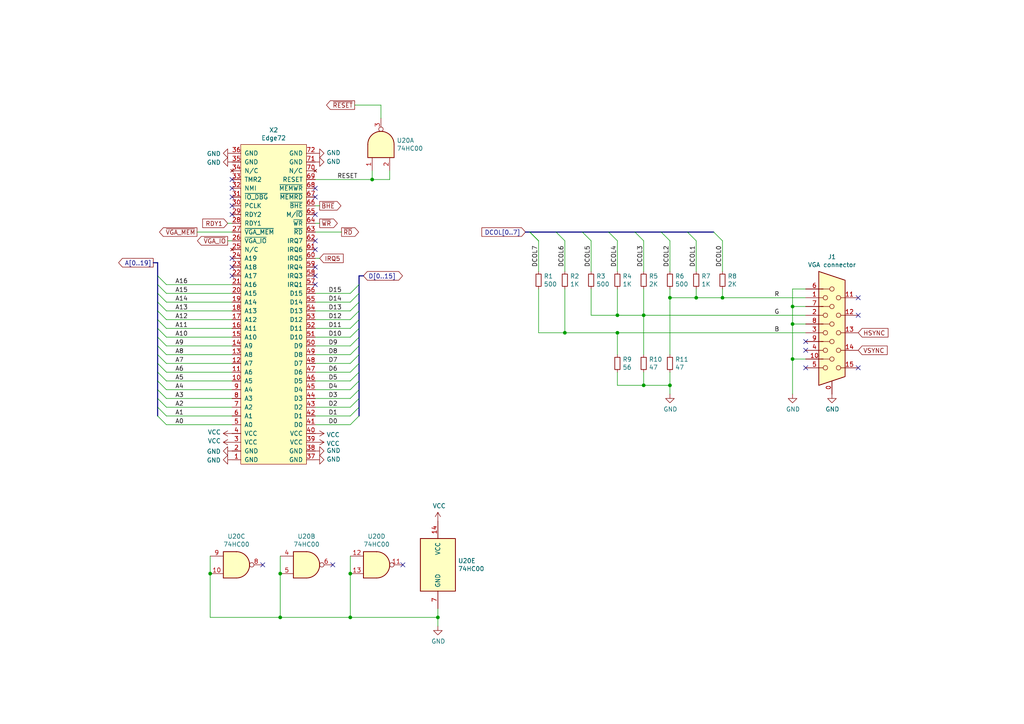
<source format=kicad_sch>
(kicad_sch (version 20230121) (generator eeschema)
  (paper "A4")
  (title_block (title "Mini8086 VGA board") (rev "1.1"))
  (lib_symbols
    (symbol "74xx:74HC00" (pin_names (offset 1.016))
      (property "Reference" "U" (at 0 1.27 0))
      (property "Value" "74HC00" (at 0 -1.27 0))
      (symbol "74HC00_1_1"
        (arc (start 0 -3.81) (mid 3.7934 0) (end 0 3.81) (stroke (width 0.254)) (fill (type background)))
        (polyline (pts (xy 0 3.81) (xy -3.81 3.81) (xy -3.81 -3.81) (xy 0 -3.81)) (stroke (width 0.254)) (fill (type background)))
        (pin input line (at -7.62 2.54 0) (length 3.81) (name "~") (number "1"))
        (pin input line (at -7.62 -2.54 0) (length 3.81) (name "~") (number "2"))
        (pin output inverted (at 7.62 0 180) (length 3.81) (name "~") (number "3"))
      )
      (symbol "74HC00_1_2"
        (arc (start -3.81 -3.81) (mid -2.589 0) (end -3.81 3.81) (stroke (width 0.254)))
        (arc (start -0.6096 -3.81) (mid 2.1842 -2.5851) (end 3.81 0) (stroke (width 0.254)) (fill (type background)))
        (polyline (pts (xy -3.81 -3.81) (xy -0.635 -3.81)) (stroke (width 0.254)) (fill (type background)))
        (polyline (pts (xy -3.81 3.81) (xy -0.635 3.81)) (stroke (width 0.254)) (fill (type background)))
        (polyline (pts (xy -0.635 3.81) (xy -3.81 3.81) (xy -3.81 3.81) (xy -3.556 3.4036) (xy -3.0226 2.2606) (xy -2.6924 1.0414) (xy -2.6162 -0.254) (xy -2.7686 -1.4986) (xy -3.175 -2.7178) (xy -3.81 -3.81) (xy -3.81 -3.81) (xy -0.635 -3.81)) (stroke (width -25.4)) (fill (type background)))
        (arc (start 3.81 0) (mid 2.1915 2.5936) (end -0.6096 3.81) (stroke (width 0.254)) (fill (type background)))
        (pin input inverted (at -7.62 2.54 0) (length 4.318) (name "~") (number "1"))
        (pin input inverted (at -7.62 -2.54 0) (length 4.318) (name "~") (number "2"))
        (pin output line (at 7.62 0 180) (length 3.81) (name "~") (number "3"))
      )
      (symbol "74HC00_2_1"
        (arc (start 0 -3.81) (mid 3.7934 0) (end 0 3.81) (stroke (width 0.254)) (fill (type background)))
        (polyline (pts (xy 0 3.81) (xy -3.81 3.81) (xy -3.81 -3.81) (xy 0 -3.81)) (stroke (width 0.254)) (fill (type background)))
        (pin input line (at -7.62 2.54 0) (length 3.81) (name "~") (number "4"))
        (pin input line (at -7.62 -2.54 0) (length 3.81) (name "~") (number "5"))
        (pin output inverted (at 7.62 0 180) (length 3.81) (name "~") (number "6"))
      )
      (symbol "74HC00_2_2"
        (arc (start -3.81 -3.81) (mid -2.589 0) (end -3.81 3.81) (stroke (width 0.254)))
        (arc (start -0.6096 -3.81) (mid 2.1842 -2.5851) (end 3.81 0) (stroke (width 0.254)) (fill (type background)))
        (polyline (pts (xy -3.81 -3.81) (xy -0.635 -3.81)) (stroke (width 0.254)) (fill (type background)))
        (polyline (pts (xy -3.81 3.81) (xy -0.635 3.81)) (stroke (width 0.254)) (fill (type background)))
        (polyline (pts (xy -0.635 3.81) (xy -3.81 3.81) (xy -3.81 3.81) (xy -3.556 3.4036) (xy -3.0226 2.2606) (xy -2.6924 1.0414) (xy -2.6162 -0.254) (xy -2.7686 -1.4986) (xy -3.175 -2.7178) (xy -3.81 -3.81) (xy -3.81 -3.81) (xy -0.635 -3.81)) (stroke (width -25.4)) (fill (type background)))
        (arc (start 3.81 0) (mid 2.1915 2.5936) (end -0.6096 3.81) (stroke (width 0.254)) (fill (type background)))
        (pin input inverted (at -7.62 2.54 0) (length 4.318) (name "~") (number "4"))
        (pin input inverted (at -7.62 -2.54 0) (length 4.318) (name "~") (number "5"))
        (pin output line (at 7.62 0 180) (length 3.81) (name "~") (number "6"))
      )
      (symbol "74HC00_3_1"
        (arc (start 0 -3.81) (mid 3.7934 0) (end 0 3.81) (stroke (width 0.254)) (fill (type background)))
        (polyline (pts (xy 0 3.81) (xy -3.81 3.81) (xy -3.81 -3.81) (xy 0 -3.81)) (stroke (width 0.254)) (fill (type background)))
        (pin input line (at -7.62 -2.54 0) (length 3.81) (name "~") (number "10"))
        (pin output inverted (at 7.62 0 180) (length 3.81) (name "~") (number "8"))
        (pin input line (at -7.62 2.54 0) (length 3.81) (name "~") (number "9"))
      )
      (symbol "74HC00_3_2"
        (arc (start -3.81 -3.81) (mid -2.589 0) (end -3.81 3.81) (stroke (width 0.254)))
        (arc (start -0.6096 -3.81) (mid 2.1842 -2.5851) (end 3.81 0) (stroke (width 0.254)) (fill (type background)))
        (polyline (pts (xy -3.81 -3.81) (xy -0.635 -3.81)) (stroke (width 0.254)) (fill (type background)))
        (polyline (pts (xy -3.81 3.81) (xy -0.635 3.81)) (stroke (width 0.254)) (fill (type background)))
        (polyline (pts (xy -0.635 3.81) (xy -3.81 3.81) (xy -3.81 3.81) (xy -3.556 3.4036) (xy -3.0226 2.2606) (xy -2.6924 1.0414) (xy -2.6162 -0.254) (xy -2.7686 -1.4986) (xy -3.175 -2.7178) (xy -3.81 -3.81) (xy -3.81 -3.81) (xy -0.635 -3.81)) (stroke (width -25.4)) (fill (type background)))
        (arc (start 3.81 0) (mid 2.1915 2.5936) (end -0.6096 3.81) (stroke (width 0.254)) (fill (type background)))
        (pin input inverted (at -7.62 -2.54 0) (length 4.318) (name "~") (number "10"))
        (pin output line (at 7.62 0 180) (length 3.81) (name "~") (number "8"))
        (pin input inverted (at -7.62 2.54 0) (length 4.318) (name "~") (number "9"))
      )
      (symbol "74HC00_4_1"
        (arc (start 0 -3.81) (mid 3.7934 0) (end 0 3.81) (stroke (width 0.254)) (fill (type background)))
        (polyline (pts (xy 0 3.81) (xy -3.81 3.81) (xy -3.81 -3.81) (xy 0 -3.81)) (stroke (width 0.254)) (fill (type background)))
        (pin output inverted (at 7.62 0 180) (length 3.81) (name "~") (number "11"))
        (pin input line (at -7.62 2.54 0) (length 3.81) (name "~") (number "12"))
        (pin input line (at -7.62 -2.54 0) (length 3.81) (name "~") (number "13"))
      )
      (symbol "74HC00_4_2"
        (arc (start -3.81 -3.81) (mid -2.589 0) (end -3.81 3.81) (stroke (width 0.254)))
        (arc (start -0.6096 -3.81) (mid 2.1842 -2.5851) (end 3.81 0) (stroke (width 0.254)) (fill (type background)))
        (polyline (pts (xy -3.81 -3.81) (xy -0.635 -3.81)) (stroke (width 0.254)) (fill (type background)))
        (polyline (pts (xy -3.81 3.81) (xy -0.635 3.81)) (stroke (width 0.254)) (fill (type background)))
        (polyline (pts (xy -0.635 3.81) (xy -3.81 3.81) (xy -3.81 3.81) (xy -3.556 3.4036) (xy -3.0226 2.2606) (xy -2.6924 1.0414) (xy -2.6162 -0.254) (xy -2.7686 -1.4986) (xy -3.175 -2.7178) (xy -3.81 -3.81) (xy -3.81 -3.81) (xy -0.635 -3.81)) (stroke (width -25.4)) (fill (type background)))
        (arc (start 3.81 0) (mid 2.1915 2.5936) (end -0.6096 3.81) (stroke (width 0.254)) (fill (type background)))
        (pin output line (at 7.62 0 180) (length 3.81) (name "~") (number "11"))
        (pin input inverted (at -7.62 2.54 0) (length 4.318) (name "~") (number "12"))
        (pin input inverted (at -7.62 -2.54 0) (length 4.318) (name "~") (number "13"))
      )
      (symbol "74HC00_5_0"
        (pin power_in line (at 0 12.7 270) (length 5.08) (name "VCC") (number "14"))
        (pin power_in line (at 0 -12.7 90) (length 5.08) (name "GND") (number "7"))
      )
      (symbol "74HC00_5_1"
        (rectangle (start -5.08 7.62) (end 5.08 -7.62) (stroke (width 0.254)) (fill (type background)))
      )
    )
    (symbol "Device:R_Small" (pin_numbers hide) (pin_names (offset 0.254) hide)
      (property "Reference" "R" (at 0.762 0.508 0))
      (property "Value" "R_Small" (at 0.762 -1.016 0))
      (symbol "R_Small_0_1"
        (rectangle (start -0.762 1.778) (end 0.762 -1.778) (stroke (width 0.2032)))
      )
      (symbol "R_Small_1_1"
        (pin passive line (at 0 2.54 270) (length 0.762) (name "~") (number "1"))
        (pin passive line (at 0 -2.54 90) (length 0.762) (name "~") (number "2"))
      )
    )
    (symbol "power:GND" (power) (pin_names (offset 0))
      (property "Value" "GND" (at 0 -3.81 0))
      (symbol "GND_0_1"
        (polyline (pts (xy 0 0) (xy 0 -1.27) (xy 1.27 -1.27) (xy 0 -2.54) (xy -1.27 -1.27) (xy 0 -1.27)))
      )
      (symbol "GND_1_1"
        (pin power_in line (at 0 0 270) (length 0) hide (name "GND") (number "1"))
      )
    )
    (symbol "power:VCC" (power) (pin_names (offset 0))
      (property "Value" "VCC" (at 0 3.81 0))
      (symbol "VCC_0_1"
        (polyline (pts (xy -0.762 1.27) (xy 0 2.54)))
        (polyline (pts (xy 0 0) (xy 0 2.54)))
        (polyline (pts (xy 0 2.54) (xy 0.762 1.27)))
      )
      (symbol "VCC_1_1"
        (pin power_in line (at 0 0 90) (length 0) hide (name "VCC") (number "1"))
      )
    )
    (symbol "vga-rescue:DB15_Female_HighDensity_MountingHoles-Connector" (pin_names (offset 1.016) hide)
      (property "Reference" "J" (at 0 21.59 0))
      (property "Value" "Connector_DB15_Female_HighDensity_MountingHoles" (at 0 19.05 0))
      (symbol "DB15_Female_HighDensity_MountingHoles-Connector_0_1"
        (circle (center -1.905 -10.16) (radius 0.635))
        (circle (center -1.905 -5.08) (radius 0.635))
        (circle (center -1.905 0) (radius 0.635))
        (circle (center -1.905 5.08) (radius 0.635))
        (circle (center -1.905 10.16) (radius 0.635))
        (circle (center 0 -7.62) (radius 0.635))
        (circle (center 0 -2.54) (radius 0.635))
        (polyline (pts (xy -3.175 7.62) (xy -0.635 7.62)))
        (polyline (pts (xy -0.635 -7.62) (xy -3.175 -7.62)))
        (polyline (pts (xy -0.635 -2.54) (xy -3.175 -2.54)))
        (polyline (pts (xy -0.635 2.54) (xy -3.175 2.54)))
        (polyline (pts (xy -0.635 12.7) (xy -3.175 12.7)))
        (polyline (pts (xy -3.81 17.78) (xy -3.81 -15.24) (xy 3.81 -12.7) (xy 3.81 15.24) (xy -3.81 17.78)) (stroke (width 0.254)) (fill (type background)))
        (circle (center 0 2.54) (radius 0.635))
        (circle (center 0 7.62) (radius 0.635))
        (circle (center 0 12.7) (radius 0.635))
        (circle (center 1.905 -10.16) (radius 0.635))
        (circle (center 1.905 -5.08) (radius 0.635))
        (circle (center 1.905 0) (radius 0.635))
        (circle (center 1.905 5.08) (radius 0.635))
        (circle (center 1.905 10.16) (radius 0.635))
      )
      (symbol "DB15_Female_HighDensity_MountingHoles-Connector_1_1"
        (pin passive line (at 0 -17.78 90) (length 3.81) (name "~") (number "0"))
        (pin passive line (at -7.62 10.16 0) (length 5.08) (name "~") (number "1"))
        (pin passive line (at -7.62 -7.62 0) (length 5.08) (name "~") (number "10"))
        (pin passive line (at 7.62 10.16 180) (length 5.08) (name "~") (number "11"))
        (pin passive line (at 7.62 5.08 180) (length 5.08) (name "~") (number "12"))
        (pin passive line (at 7.62 0 180) (length 5.08) (name "~") (number "13"))
        (pin passive line (at 7.62 -5.08 180) (length 5.08) (name "~") (number "14"))
        (pin passive line (at 7.62 -10.16 180) (length 5.08) (name "~") (number "15"))
        (pin passive line (at -7.62 5.08 0) (length 5.08) (name "~") (number "2"))
        (pin passive line (at -7.62 0 0) (length 5.08) (name "~") (number "3"))
        (pin passive line (at -7.62 -5.08 0) (length 5.08) (name "~") (number "4"))
        (pin passive line (at -7.62 -10.16 0) (length 5.08) (name "~") (number "5"))
        (pin passive line (at -7.62 12.7 0) (length 5.08) (name "~") (number "6"))
        (pin passive line (at -7.62 7.62 0) (length 5.08) (name "~") (number "7"))
        (pin passive line (at -7.62 2.54 0) (length 5.08) (name "~") (number "8"))
        (pin passive line (at -7.62 -2.54 0) (length 5.08) (name "~") (number "9"))
      )
    )
    (symbol "vga-rescue:Edge72-Mini8086" (pin_names (offset 1.016))
      (property "Reference" "X" (at 2.54 -49.53 0))
      (property "Value" "Edge72-Mini8086" (at -3.81 -49.53 0))
      (symbol "Edge72-Mini8086_0_1"
        (rectangle (start -8.89 45.72) (end 10.16 -46.99) (fill (type background)))
      )
      (symbol "Edge72-Mini8086_1_1"
        (pin passive line (at -11.43 -45.72 0) (length 2.54) (name "GND") (number "1"))
        (pin bidirectional line (at -11.43 -22.86 0) (length 2.54) (name "A5") (number "10"))
        (pin bidirectional line (at -11.43 -20.32 0) (length 2.54) (name "A6") (number "11"))
        (pin bidirectional line (at -11.43 -17.78 0) (length 2.54) (name "A7") (number "12"))
        (pin bidirectional line (at -11.43 -15.24 0) (length 2.54) (name "A8") (number "13"))
        (pin bidirectional line (at -11.43 -12.7 0) (length 2.54) (name "A9") (number "14"))
        (pin bidirectional line (at -11.43 -10.16 0) (length 2.54) (name "A10") (number "15"))
        (pin bidirectional line (at -11.43 -7.62 0) (length 2.54) (name "A11") (number "16"))
        (pin bidirectional line (at -11.43 -5.08 0) (length 2.54) (name "A12") (number "17"))
        (pin bidirectional line (at -11.43 -2.54 0) (length 2.54) (name "A13") (number "18"))
        (pin bidirectional line (at -11.43 0 0) (length 2.54) (name "A14") (number "19"))
        (pin passive line (at -11.43 -43.18 0) (length 2.54) (name "GND") (number "2"))
        (pin bidirectional line (at -11.43 2.54 0) (length 2.54) (name "A15") (number "20"))
        (pin bidirectional line (at -11.43 5.08 0) (length 2.54) (name "A16") (number "21"))
        (pin bidirectional line (at -11.43 7.62 0) (length 2.54) (name "A17") (number "22"))
        (pin bidirectional line (at -11.43 10.16 0) (length 2.54) (name "A18") (number "23"))
        (pin bidirectional line (at -11.43 12.7 0) (length 2.54) (name "A19") (number "24"))
        (pin no_connect line (at -11.43 15.24 0) (length 2.54) (name "N/C") (number "25"))
        (pin bidirectional line (at -11.43 17.78 0) (length 2.54) (name "~{VGA_IO}") (number "26"))
        (pin bidirectional line (at -11.43 20.32 0) (length 2.54) (name "~{VGA_MEM}") (number "27"))
        (pin passive line (at -11.43 22.86 0) (length 2.54) (name "RDY1") (number "28"))
        (pin passive line (at -11.43 25.4 0) (length 2.54) (name "RDY2") (number "29"))
        (pin passive line (at -11.43 -40.64 0) (length 2.54) (name "VCC") (number "3"))
        (pin passive line (at -11.43 27.94 0) (length 2.54) (name "PCLK") (number "30"))
        (pin passive line (at -11.43 30.48 0) (length 2.54) (name "~{IO_DBG}") (number "31"))
        (pin passive line (at -11.43 33.02 0) (length 2.54) (name "NMI") (number "32"))
        (pin passive line (at -11.43 35.56 0) (length 2.54) (name "TMR2") (number "33"))
        (pin no_connect line (at -11.43 38.1 0) (length 2.54) (name "N/C") (number "34"))
        (pin passive line (at -11.43 40.64 0) (length 2.54) (name "GND") (number "35"))
        (pin passive line (at -11.43 43.18 0) (length 2.54) (name "GND") (number "36"))
        (pin power_out line (at 12.7 -45.72 180) (length 2.54) (name "GND") (number "37"))
        (pin passive line (at 12.7 -43.18 180) (length 2.54) (name "GND") (number "38"))
        (pin power_out line (at 12.7 -40.64 180) (length 2.54) (name "VCC") (number "39"))
        (pin passive line (at -11.43 -38.1 0) (length 2.54) (name "VCC") (number "4"))
        (pin passive line (at 12.7 -38.1 180) (length 2.54) (name "VCC") (number "40"))
        (pin bidirectional line (at 12.7 -35.56 180) (length 2.54) (name "D0") (number "41"))
        (pin bidirectional line (at 12.7 -33.02 180) (length 2.54) (name "D1") (number "42"))
        (pin bidirectional line (at 12.7 -30.48 180) (length 2.54) (name "D2") (number "43"))
        (pin bidirectional line (at 12.7 -27.94 180) (length 2.54) (name "D3") (number "44"))
        (pin bidirectional line (at 12.7 -25.4 180) (length 2.54) (name "D4") (number "45"))
        (pin bidirectional line (at 12.7 -22.86 180) (length 2.54) (name "D5") (number "46"))
        (pin bidirectional line (at 12.7 -20.32 180) (length 2.54) (name "D6") (number "47"))
        (pin bidirectional line (at 12.7 -17.78 180) (length 2.54) (name "D7") (number "48"))
        (pin bidirectional line (at 12.7 -15.24 180) (length 2.54) (name "D8") (number "49"))
        (pin bidirectional line (at -11.43 -35.56 0) (length 2.54) (name "A0") (number "5"))
        (pin bidirectional line (at 12.7 -12.7 180) (length 2.54) (name "D9") (number "50"))
        (pin bidirectional line (at 12.7 -10.16 180) (length 2.54) (name "D10") (number "51"))
        (pin bidirectional line (at 12.7 -7.62 180) (length 2.54) (name "D11") (number "52"))
        (pin bidirectional line (at 12.7 -5.08 180) (length 2.54) (name "D12") (number "53"))
        (pin bidirectional line (at 12.7 -2.54 180) (length 2.54) (name "D13") (number "54"))
        (pin bidirectional line (at 12.7 0 180) (length 2.54) (name "D14") (number "55"))
        (pin bidirectional line (at 12.7 2.54 180) (length 2.54) (name "D15") (number "56"))
        (pin passive line (at 12.7 5.08 180) (length 2.54) (name "IRQ1") (number "57"))
        (pin passive line (at 12.7 7.62 180) (length 2.54) (name "IRQ3") (number "58"))
        (pin passive line (at 12.7 10.16 180) (length 2.54) (name "IRQ4") (number "59"))
        (pin bidirectional line (at -11.43 -33.02 0) (length 2.54) (name "A1") (number "6"))
        (pin passive line (at 12.7 12.7 180) (length 2.54) (name "IRQ5") (number "60"))
        (pin passive line (at 12.7 15.24 180) (length 2.54) (name "IRQ6") (number "61"))
        (pin passive line (at 12.7 17.78 180) (length 2.54) (name "IRQ7") (number "62"))
        (pin bidirectional line (at 12.7 20.32 180) (length 2.54) (name "~{RD}") (number "63"))
        (pin bidirectional line (at 12.7 22.86 180) (length 2.54) (name "~{WR}") (number "64"))
        (pin bidirectional line (at 12.7 25.4 180) (length 2.54) (name "M/~{IO}") (number "65"))
        (pin bidirectional line (at 12.7 27.94 180) (length 2.54) (name "~{BHE}") (number "66"))
        (pin bidirectional line (at 12.7 30.48 180) (length 2.54) (name "~{MEMRD}") (number "67"))
        (pin bidirectional line (at 12.7 33.02 180) (length 2.54) (name "~{MEMWR}") (number "68"))
        (pin passive line (at 12.7 35.56 180) (length 2.54) (name "RESET") (number "69"))
        (pin bidirectional line (at -11.43 -30.48 0) (length 2.54) (name "A2") (number "7"))
        (pin no_connect line (at 12.7 38.1 180) (length 2.54) (name "N/C") (number "70"))
        (pin passive line (at 12.7 40.64 180) (length 2.54) (name "GND") (number "71"))
        (pin passive line (at 12.7 43.18 180) (length 2.54) (name "GND") (number "72"))
        (pin bidirectional line (at -11.43 -27.94 0) (length 2.54) (name "A3") (number "8"))
        (pin bidirectional line (at -11.43 -25.4 0) (length 2.54) (name "A4") (number "9"))
      )
    )
  )
  (junction (at 81.28 166.37))
  (junction (at 229.87 104.14))
  (junction (at 194.31 86.36))
  (junction (at 229.87 88.9))
  (junction (at 101.6 166.37))
  (junction (at 127 179.07))
  (junction (at 107.95 52.07))
  (junction (at 60.96 166.37))
  (junction (at 179.07 91.44))
  (junction (at 81.28 179.07))
  (junction (at 186.69 91.44))
  (junction (at 186.69 111.76))
  (junction (at 101.6 179.07))
  (junction (at 201.93 86.36))
  (junction (at 179.07 96.52))
  (junction (at 229.87 93.98))
  (junction (at 209.55 86.36))
  (junction (at 163.83 96.52))
  (junction (at 194.31 111.76))
  (no_connect (at 91.44 54.61))
  (no_connect (at 91.44 80.01))
  (no_connect (at 67.31 80.01))
  (no_connect (at 248.92 86.36))
  (no_connect (at 67.31 59.69))
  (no_connect (at 248.92 91.44))
  (no_connect (at 67.31 74.93))
  (no_connect (at 116.84 163.83))
  (no_connect (at 91.44 62.23))
  (no_connect (at 76.2 163.83))
  (no_connect (at 91.44 69.85))
  (no_connect (at 91.44 77.47))
  (no_connect (at 91.44 72.39))
  (no_connect (at 233.68 99.06))
  (no_connect (at 91.44 57.15))
  (no_connect (at 67.31 62.23))
  (no_connect (at 67.31 77.47))
  (no_connect (at 248.92 106.68))
  (no_connect (at 67.31 52.07))
  (no_connect (at 91.44 82.55))
  (no_connect (at 67.31 57.15))
  (no_connect (at 67.31 54.61))
  (no_connect (at 96.52 163.83))
  (no_connect (at 233.68 106.68))
  (no_connect (at 233.68 101.6))
  (bus_entry (at 45.72 90.17) (size 2.54 2.54))
  (bus_entry (at 104.14 110.49) (size -2.54 2.54))
  (bus_entry (at 184.15 67.31) (size 2.54 2.54))
  (bus_entry (at 104.14 97.79) (size -2.54 2.54))
  (bus_entry (at 104.14 95.25) (size -2.54 2.54))
  (bus_entry (at 161.29 67.31) (size 2.54 2.54))
  (bus_entry (at 104.14 90.17) (size -2.54 2.54))
  (bus_entry (at 153.67 67.31) (size 2.54 2.54))
  (bus_entry (at 104.14 82.55) (size -2.54 2.54))
  (bus_entry (at 191.77 67.31) (size 2.54 2.54))
  (bus_entry (at 45.72 118.11) (size 2.54 2.54))
  (bus_entry (at 45.72 95.25) (size 2.54 2.54))
  (bus_entry (at 104.14 87.63) (size -2.54 2.54))
  (bus_entry (at 153.67 67.31) (size 2.54 2.54))
  (bus_entry (at 45.72 87.63) (size 2.54 2.54))
  (bus_entry (at 45.72 113.03) (size 2.54 2.54))
  (bus_entry (at 207.01 67.31) (size 2.54 2.54))
  (bus_entry (at 104.14 107.95) (size -2.54 2.54))
  (bus_entry (at 45.72 100.33) (size 2.54 2.54))
  (bus_entry (at 199.39 67.31) (size 2.54 2.54))
  (bus_entry (at 45.72 102.87) (size 2.54 2.54))
  (bus_entry (at 176.53 67.31) (size 2.54 2.54))
  (bus_entry (at 104.14 115.57) (size -2.54 2.54))
  (bus_entry (at 104.14 100.33) (size -2.54 2.54))
  (bus_entry (at 45.72 107.95) (size 2.54 2.54))
  (bus_entry (at 45.72 105.41) (size 2.54 2.54))
  (bus_entry (at 45.72 120.65) (size 2.54 2.54))
  (bus_entry (at 104.14 120.65) (size -2.54 2.54))
  (bus_entry (at 104.14 85.09) (size -2.54 2.54))
  (bus_entry (at 45.72 85.09) (size 2.54 2.54))
  (bus_entry (at 104.14 92.71) (size -2.54 2.54))
  (bus_entry (at 45.72 110.49) (size 2.54 2.54))
  (bus_entry (at 45.72 80.01) (size 2.54 2.54))
  (bus_entry (at 45.72 97.79) (size 2.54 2.54))
  (bus_entry (at 104.14 118.11) (size -2.54 2.54))
  (bus_entry (at 104.14 105.41) (size -2.54 2.54))
  (bus_entry (at 45.72 92.71) (size 2.54 2.54))
  (bus_entry (at 168.91 67.31) (size 2.54 2.54))
  (bus_entry (at 45.72 115.57) (size 2.54 2.54))
  (bus_entry (at 45.72 82.55) (size 2.54 2.54))
  (bus_entry (at 104.14 113.03) (size -2.54 2.54))
  (bus_entry (at 104.14 102.87) (size -2.54 2.54))
  (wire (pts (xy 194.31 102.87) (xy 194.31 86.36)))
  (bus (pts (xy 199.39 67.31) (xy 207.01 67.31)))
  (wire (pts (xy 179.07 91.44) (xy 171.45 91.44)))
  (wire (pts (xy 48.26 102.87) (xy 67.31 102.87)))
  (wire (pts (xy 48.26 90.17) (xy 67.31 90.17)))
  (wire (pts (xy 48.26 123.19) (xy 67.31 123.19)))
  (wire (pts (xy 101.6 102.87) (xy 91.44 102.87)))
  (bus (pts (xy 104.14 85.09) (xy 104.14 87.63)))
  (wire (pts (xy 156.21 96.52) (xy 156.21 83.82)))
  (wire (pts (xy 92.71 64.77) (xy 91.44 64.77)))
  (wire (pts (xy 67.31 110.49) (xy 48.26 110.49)))
  (wire (pts (xy 48.26 85.09) (xy 67.31 85.09)))
  (wire (pts (xy 67.31 92.71) (xy 48.26 92.71)))
  (bus (pts (xy 176.53 67.31) (xy 184.15 67.31)))
  (wire (pts (xy 171.45 91.44) (xy 171.45 83.82)))
  (wire (pts (xy 186.69 107.95) (xy 186.69 111.76)))
  (wire (pts (xy 163.83 96.52) (xy 156.21 96.52)))
  (wire (pts (xy 91.44 120.65) (xy 101.6 120.65)))
  (wire (pts (xy 91.44 87.63) (xy 101.6 87.63)))
  (wire (pts (xy 179.07 91.44) (xy 179.07 83.82)))
  (bus (pts (xy 45.72 76.2) (xy 45.72 80.01)))
  (bus (pts (xy 152.4 67.31) (xy 153.67 67.31)))
  (wire (pts (xy 179.07 107.95) (xy 179.07 111.76)))
  (bus (pts (xy 104.14 113.03) (xy 104.14 115.57)))
  (wire (pts (xy 60.96 179.07) (xy 60.96 166.37)))
  (wire (pts (xy 101.6 179.07) (xy 81.28 179.07)))
  (bus (pts (xy 45.72 110.49) (xy 45.72 113.03)))
  (bus (pts (xy 45.72 87.63) (xy 45.72 90.17)))
  (bus (pts (xy 45.72 82.55) (xy 45.72 85.09)))
  (wire (pts (xy 186.69 91.44) (xy 233.68 91.44)))
  (wire (pts (xy 163.83 78.74) (xy 163.83 69.85)))
  (wire (pts (xy 229.87 93.98) (xy 229.87 104.14)))
  (wire (pts (xy 60.96 166.37) (xy 60.96 161.29)))
  (wire (pts (xy 81.28 161.29) (xy 81.28 166.37)))
  (wire (pts (xy 110.49 30.48) (xy 102.87 30.48)))
  (bus (pts (xy 45.72 107.95) (xy 45.72 110.49)))
  (bus (pts (xy 45.72 85.09) (xy 45.72 87.63)))
  (bus (pts (xy 191.77 67.31) (xy 199.39 67.31)))
  (wire (pts (xy 233.68 83.82) (xy 229.87 83.82)))
  (wire (pts (xy 194.31 86.36) (xy 194.31 83.82)))
  (wire (pts (xy 209.55 86.36) (xy 209.55 83.82)))
  (wire (pts (xy 91.44 97.79) (xy 101.6 97.79)))
  (wire (pts (xy 48.26 97.79) (xy 67.31 97.79)))
  (wire (pts (xy 186.69 91.44) (xy 186.69 83.82)))
  (wire (pts (xy 186.69 102.87) (xy 186.69 91.44)))
  (wire (pts (xy 110.49 34.29) (xy 110.49 30.48)))
  (wire (pts (xy 127 179.07) (xy 101.6 179.07)))
  (wire (pts (xy 186.69 111.76) (xy 194.31 111.76)))
  (bus (pts (xy 45.72 92.71) (xy 45.72 95.25)))
  (wire (pts (xy 156.21 78.74) (xy 156.21 69.85)))
  (wire (pts (xy 113.03 52.07) (xy 107.95 52.07)))
  (bus (pts (xy 104.14 100.33) (xy 104.14 102.87)))
  (wire (pts (xy 67.31 115.57) (xy 48.26 115.57)))
  (wire (pts (xy 101.6 100.33) (xy 91.44 100.33)))
  (wire (pts (xy 201.93 78.74) (xy 201.93 69.85)))
  (wire (pts (xy 67.31 87.63) (xy 48.26 87.63)))
  (bus (pts (xy 45.72 118.11) (xy 45.72 120.65)))
  (wire (pts (xy 179.07 96.52) (xy 233.68 96.52)))
  (wire (pts (xy 91.44 115.57) (xy 101.6 115.57)))
  (wire (pts (xy 233.68 93.98) (xy 229.87 93.98)))
  (wire (pts (xy 67.31 120.65) (xy 48.26 120.65)))
  (wire (pts (xy 209.55 69.85) (xy 209.55 78.74)))
  (wire (pts (xy 91.44 52.07) (xy 107.95 52.07)))
  (wire (pts (xy 101.6 107.95) (xy 91.44 107.95)))
  (bus (pts (xy 104.14 118.11) (xy 104.14 120.65)))
  (wire (pts (xy 92.71 59.69) (xy 91.44 59.69)))
  (bus (pts (xy 184.15 67.31) (xy 191.77 67.31)))
  (wire (pts (xy 101.6 166.37) (xy 101.6 179.07)))
  (wire (pts (xy 113.03 49.53) (xy 113.03 52.07)))
  (bus (pts (xy 104.14 90.17) (xy 104.14 92.71)))
  (wire (pts (xy 91.44 74.93) (xy 92.71 74.93)))
  (bus (pts (xy 104.14 107.95) (xy 104.14 110.49)))
  (wire (pts (xy 67.31 82.55) (xy 48.26 82.55)))
  (wire (pts (xy 186.69 91.44) (xy 179.07 91.44)))
  (wire (pts (xy 186.69 78.74) (xy 186.69 69.85)))
  (wire (pts (xy 179.07 111.76) (xy 186.69 111.76)))
  (wire (pts (xy 201.93 86.36) (xy 194.31 86.36)))
  (wire (pts (xy 91.44 95.25) (xy 101.6 95.25)))
  (bus (pts (xy 104.14 115.57) (xy 104.14 118.11)))
  (wire (pts (xy 101.6 123.19) (xy 91.44 123.19)))
  (wire (pts (xy 81.28 166.37) (xy 81.28 179.07)))
  (wire (pts (xy 179.07 102.87) (xy 179.07 96.52)))
  (bus (pts (xy 104.14 102.87) (xy 104.14 105.41)))
  (wire (pts (xy 229.87 104.14) (xy 229.87 114.3)))
  (wire (pts (xy 179.07 78.74) (xy 179.07 69.85)))
  (wire (pts (xy 171.45 78.74) (xy 171.45 69.85)))
  (wire (pts (xy 91.44 105.41) (xy 101.6 105.41)))
  (bus (pts (xy 104.14 92.71) (xy 104.14 95.25)))
  (bus (pts (xy 45.72 80.01) (xy 45.72 82.55)))
  (wire (pts (xy 48.26 118.11) (xy 67.31 118.11)))
  (wire (pts (xy 127 179.07) (xy 127 176.53)))
  (wire (pts (xy 48.26 113.03) (xy 67.31 113.03)))
  (bus (pts (xy 45.72 102.87) (xy 45.72 105.41)))
  (wire (pts (xy 233.68 104.14) (xy 229.87 104.14)))
  (bus (pts (xy 45.72 97.79) (xy 45.72 100.33)))
  (wire (pts (xy 101.6 113.03) (xy 91.44 113.03)))
  (wire (pts (xy 101.6 161.29) (xy 101.6 166.37)))
  (bus (pts (xy 45.72 113.03) (xy 45.72 115.57)))
  (wire (pts (xy 101.6 90.17) (xy 91.44 90.17)))
  (bus (pts (xy 104.14 105.41) (xy 104.14 107.95)))
  (wire (pts (xy 101.6 85.09) (xy 91.44 85.09)))
  (bus (pts (xy 104.14 97.79) (xy 104.14 100.33)))
  (bus (pts (xy 45.72 115.57) (xy 45.72 118.11)))
  (bus (pts (xy 45.72 90.17) (xy 45.72 92.71)))
  (bus (pts (xy 104.14 87.63) (xy 104.14 90.17)))
  (bus (pts (xy 153.67 67.31) (xy 161.29 67.31)))
  (wire (pts (xy 91.44 67.31) (xy 99.06 67.31)))
  (wire (pts (xy 48.26 95.25) (xy 67.31 95.25)))
  (wire (pts (xy 66.04 69.85) (xy 67.31 69.85)))
  (wire (pts (xy 229.87 88.9) (xy 229.87 93.98)))
  (bus (pts (xy 104.14 82.55) (xy 104.14 85.09)))
  (wire (pts (xy 48.26 107.95) (xy 67.31 107.95)))
  (bus (pts (xy 104.14 95.25) (xy 104.14 97.79)))
  (wire (pts (xy 67.31 67.31) (xy 57.15 67.31)))
  (wire (pts (xy 67.31 64.77) (xy 66.04 64.77)))
  (wire (pts (xy 163.83 96.52) (xy 163.83 83.82)))
  (bus (pts (xy 104.14 80.01) (xy 104.14 82.55)))
  (bus (pts (xy 104.14 80.01) (xy 105.41 80.01)))
  (wire (pts (xy 194.31 111.76) (xy 194.31 114.3)))
  (wire (pts (xy 163.83 96.52) (xy 179.07 96.52)))
  (wire (pts (xy 194.31 78.74) (xy 194.31 69.85)))
  (bus (pts (xy 45.72 95.25) (xy 45.72 97.79)))
  (wire (pts (xy 127 181.61) (xy 127 179.07)))
  (wire (pts (xy 229.87 83.82) (xy 229.87 88.9)))
  (bus (pts (xy 168.91 67.31) (xy 176.53 67.31)))
  (wire (pts (xy 81.28 179.07) (xy 60.96 179.07)))
  (wire (pts (xy 209.55 86.36) (xy 201.93 86.36)))
  (wire (pts (xy 67.31 105.41) (xy 48.26 105.41)))
  (wire (pts (xy 91.44 92.71) (xy 101.6 92.71)))
  (wire (pts (xy 209.55 86.36) (xy 233.68 86.36)))
  (wire (pts (xy 67.31 100.33) (xy 48.26 100.33)))
  (bus (pts (xy 45.72 76.2) (xy 44.45 76.2)))
  (bus (pts (xy 45.72 100.33) (xy 45.72 102.87)))
  (wire (pts (xy 107.95 52.07) (xy 107.95 49.53)))
  (bus (pts (xy 161.29 67.31) (xy 168.91 67.31)))
  (wire (pts (xy 91.44 110.49) (xy 101.6 110.49)))
  (wire (pts (xy 201.93 86.36) (xy 201.93 83.82)))
  (wire (pts (xy 101.6 118.11) (xy 91.44 118.11)))
  (wire (pts (xy 194.31 111.76) (xy 194.31 107.95)))
  (bus (pts (xy 104.14 110.49) (xy 104.14 113.03)))
  (bus (pts (xy 45.72 105.41) (xy 45.72 107.95)))
  (wire (pts (xy 233.68 88.9) (xy 229.87 88.9)))
  (label "A10" (at 50.8 97.79 0))
  (label "D5" (at 95.25 110.49 0))
  (label "D4" (at 95.25 113.03 0))
  (label "D13" (at 95.25 90.17 0))
  (label "D1" (at 95.25 120.65 0))
  (label "D9" (at 95.25 100.33 0))
  (label "A2" (at 50.8 118.11 0))
  (label "A6" (at 50.8 107.95 0))
  (label "D11" (at 95.25 95.25 0))
  (label "A9" (at 50.8 100.33 0))
  (label "DCOL3" (at 186.69 77.47 90))
  (label "DCOL4" (at 179.07 77.47 90))
  (label "D15" (at 95.25 85.09 0))
  (label "DCOL6" (at 163.83 77.47 90))
  (label "B" (at 226.06 96.52 180))
  (label "A1" (at 50.8 120.65 0))
  (label "D8" (at 95.25 102.87 0))
  (label "A3" (at 50.8 115.57 0))
  (label "A12" (at 50.8 92.71 0))
  (label "DCOL7" (at 156.21 77.47 90))
  (label "A0" (at 50.8 123.19 0))
  (label "A8" (at 50.8 102.87 0))
  (label "A5" (at 50.8 110.49 0))
  (label "DCOL0" (at 209.55 77.47 90))
  (label "DCOL2" (at 194.31 77.47 90))
  (label "A7" (at 50.8 105.41 0))
  (label "D7" (at 95.25 105.41 0))
  (label "G" (at 226.06 91.44 180))
  (label "A16" (at 50.8 82.55 0))
  (label "A13" (at 50.8 90.17 0))
  (label "A14" (at 50.8 87.63 0))
  (label "A11" (at 50.8 95.25 0))
  (label "A15" (at 50.8 85.09 0))
  (label "D3" (at 95.25 115.57 0))
  (label "DCOL5" (at 171.45 77.47 90))
  (label "D0" (at 95.25 123.19 0))
  (label "D6" (at 95.25 107.95 0))
  (label "D2" (at 95.25 118.11 0))
  (label "A4" (at 50.8 113.03 0))
  (label "DCOL1" (at 201.93 77.47 90))
  (label "RESET" (at 97.79 52.07 0))
  (label "D12" (at 95.25 92.71 0))
  (label "D14" (at 95.25 87.63 0))
  (label "D10" (at 95.25 97.79 0))
  (label "R" (at 226.06 86.36 180))
  (global_label "~{RESET}" (shape output) (at 102.87 30.48 180) (property "Intersheetrefs" "${INTERSHEET_REFS}" (effects hide)))
  (global_label "A[0..19]" (shape output) (at 44.45 76.2 180) (property "Intersheetrefs" "${INTERSHEET_REFS}" (effects hide)))
  (global_label "VSYNC" (shape input) (at 248.92 101.6 0) (property "Intersheetrefs" "${INTERSHEET_REFS}" (effects hide)))
  (global_label "D[0..15]" (shape bidirectional) (at 105.41 80.01 0) (property "Intersheetrefs" "${INTERSHEET_REFS}" (effects hide)))
  (global_label "DCOL[0..7]" (shape input) (at 152.4 67.31 180) (property "Intersheetrefs" "${INTERSHEET_REFS}" (effects hide)))
  (global_label "~{VGA_MEM}" (shape output) (at 57.15 67.31 180) (property "Intersheetrefs" "${INTERSHEET_REFS}" (effects hide)))
  (global_label "~{RD}" (shape output) (at 99.06 67.31 0) (property "Intersheetrefs" "${INTERSHEET_REFS}" (effects hide)))
  (global_label "~{VGA_IO}" (shape output) (at 66.04 69.85 180) (property "Intersheetrefs" "${INTERSHEET_REFS}" (effects hide)))
  (global_label "RDY1" (shape input) (at 66.04 64.77 180) (property "Intersheetrefs" "${INTERSHEET_REFS}" (effects hide)))
  (global_label "HSYNC" (shape input) (at 248.92 96.52 0) (property "Intersheetrefs" "${INTERSHEET_REFS}" (effects hide)))
  (global_label "~{WR}" (shape output) (at 92.71 64.77 0) (property "Intersheetrefs" "${INTERSHEET_REFS}" (effects hide)))
  (global_label "~{BHE}" (shape output) (at 92.71 59.69 0) (property "Intersheetrefs" "${INTERSHEET_REFS}" (effects hide)))
  (global_label "IRQ5" (shape input) (at 92.71 74.93 0) (property "Intersheetrefs" "${INTERSHEET_REFS}" (effects hide)))
  (symbol (lib_id "power:GND") (at 91.44 133.35 90) (unit 1)
    (property "Reference" "#PWR075" (effects hide))
    (property "Value" "GND" (at 94.6912 133.223 90) (effects (justify right)))
  )
  (symbol (lib_id "power:GND") (at 91.44 130.81 90) (unit 1)
    (property "Reference" "#PWR074" (effects hide))
    (property "Value" "GND" (at 94.6912 130.683 90) (effects (justify right)))
  )
  (symbol (lib_id "power:GND") (at 67.31 130.81 270) (unit 1)
    (property "Reference" "#PWR068" (effects hide))
    (property "Value" "GND" (at 64.0588 130.937 90) (effects (justify right)))
  )
  (symbol (lib_id "power:GND") (at 67.31 133.35 270) (unit 1)
    (property "Reference" "#PWR069" (effects hide))
    (property "Value" "GND" (at 64.0588 133.477 90) (effects (justify right)))
  )
  (symbol (lib_id "power:GND") (at 91.44 44.45 90) (unit 1)
    (property "Reference" "#PWR070" (effects hide))
    (property "Value" "GND" (at 94.6912 44.323 90) (effects (justify right)))
  )
  (symbol (lib_id "power:GND") (at 91.44 46.99 90) (unit 1)
    (property "Reference" "#PWR071" (effects hide))
    (property "Value" "GND" (at 94.6912 46.863 90) (effects (justify right)))
  )
  (symbol (lib_id "power:GND") (at 67.31 44.45 270) (unit 1)
    (property "Reference" "#PWR064" (effects hide))
    (property "Value" "GND" (at 64.0588 44.577 90) (effects (justify right)))
  )
  (symbol (lib_id "power:GND") (at 67.31 46.99 270) (unit 1)
    (property "Reference" "#PWR065" (effects hide))
    (property "Value" "GND" (at 64.0588 47.117 90) (effects (justify right)))
  )
  (symbol (lib_id "power:VCC") (at 91.44 128.27 270) (unit 1)
    (property "Reference" "#PWR073" (effects hide))
    (property "Value" "VCC" (at 94.6912 128.651 90) (effects (justify left)))
  )
  (symbol (lib_id "power:VCC") (at 91.44 125.73 270) (unit 1)
    (property "Reference" "#PWR072" (effects hide))
    (property "Value" "VCC" (at 94.6912 126.111 90) (effects (justify left)))
  )
  (symbol (lib_id "power:VCC") (at 67.31 125.73 90) (unit 1)
    (property "Reference" "#PWR066" (effects hide))
    (property "Value" "VCC" (at 64.0842 125.349 90) (effects (justify left)))
  )
  (symbol (lib_id "power:VCC") (at 67.31 128.27 90) (unit 1)
    (property "Reference" "#PWR067" (effects hide))
    (property "Value" "VCC" (at 64.0842 127.889 90) (effects (justify left)))
  )
  (symbol (lib_id "Device:R_Small") (at 179.07 105.41 0) (unit 1)
    (property "Reference" "R9" (at 180.5686 104.2416 0) (effects (justify left)))
    (property "Value" "56" (at 180.5686 106.553 0) (effects (justify left)))
    (property "Footprint" "Resistor_THT:R_Axial_DIN0207_L6.3mm_D2.5mm_P7.62mm_Horizontal" (effects hide))
  )
  (symbol (lib_id "Device:R_Small") (at 186.69 105.41 0) (unit 1)
    (property "Reference" "R10" (at 188.1886 104.2416 0) (effects (justify left)))
    (property "Value" "47" (at 188.1886 106.553 0) (effects (justify left)))
    (property "Footprint" "Resistor_THT:R_Axial_DIN0207_L6.3mm_D2.5mm_P7.62mm_Horizontal" (effects hide))
  )
  (symbol (lib_id "Device:R_Small") (at 194.31 105.41 0) (unit 1)
    (property "Reference" "R11" (at 195.8086 104.2416 0) (effects (justify left)))
    (property "Value" "47" (at 195.8086 106.553 0) (effects (justify left)))
    (property "Footprint" "Resistor_THT:R_Axial_DIN0207_L6.3mm_D2.5mm_P7.62mm_Horizontal" (effects hide))
  )
  (symbol (lib_id "power:GND") (at 194.31 114.3 0) (unit 1)
    (property "Reference" "#PWR087" (effects hide))
    (property "Value" "GND" (at 194.437 118.6942 0))
  )
  (symbol (lib_id "vga-rescue:Edge72-Mini8086") (at 78.74 87.63 0) (unit 1)
    (property "Reference" "X2" (at 79.375 37.719 0))
    (property "Value" "Edge72" (at 79.375 40.0304 0))
    (property "Footprint" "Mini8086:BUS_72" (effects hide))
  )
  (symbol (lib_id "74xx:74HC00") (at 110.49 41.91 90) (unit 1)
    (property "Reference" "U20" (at 115.062 40.7416 90) (effects (justify right)))
    (property "Value" "74HC00" (at 115.062 43.053 90) (effects (justify right)))
    (property "Footprint" "Package_SO:SOIC-14_3.9x8.7mm_P1.27mm" (effects hide))
    (property "Datasheet" "http://www.ti.com/lit/gpn/sn74hc00" (effects hide))
  )
  (symbol (lib_id "74xx:74HC00") (at 88.9 163.83 0) (unit 2)
    (property "Reference" "U20" (at 88.9 155.575 0))
    (property "Value" "74HC00" (at 88.9 157.8864 0))
    (property "Footprint" "Package_SO:SOIC-14_3.9x8.7mm_P1.27mm" (effects hide))
    (property "Datasheet" "http://www.ti.com/lit/gpn/sn74hc00" (effects hide))
  )
  (symbol (lib_id "74xx:74HC00") (at 68.58 163.83 0) (unit 3)
    (property "Reference" "U20" (at 68.58 155.575 0))
    (property "Value" "74HC00" (at 68.58 157.8864 0))
    (property "Footprint" "Package_SO:SOIC-14_3.9x8.7mm_P1.27mm" (effects hide))
    (property "Datasheet" "http://www.ti.com/lit/gpn/sn74hc00" (effects hide))
  )
  (symbol (lib_id "74xx:74HC00") (at 109.22 163.83 0) (unit 4)
    (property "Reference" "U20" (at 109.22 155.575 0))
    (property "Value" "74HC00" (at 109.22 157.8864 0))
    (property "Footprint" "Package_SO:SOIC-14_3.9x8.7mm_P1.27mm" (effects hide))
    (property "Datasheet" "http://www.ti.com/lit/gpn/sn74hc00" (effects hide))
  )
  (symbol (lib_id "74xx:74HC00") (at 127 163.83 0) (unit 5)
    (property "Reference" "U20" (at 132.842 162.6616 0) (effects (justify left)))
    (property "Value" "74HC00" (at 132.842 164.973 0) (effects (justify left)))
    (property "Footprint" "Package_SO:SOIC-14_3.9x8.7mm_P1.27mm" (effects hide))
    (property "Datasheet" "http://www.ti.com/lit/gpn/sn74hc00" (effects hide))
  )
  (symbol (lib_id "power:GND") (at 127 181.61 0) (unit 1)
    (property "Reference" "#PWR089" (effects hide))
    (property "Value" "GND" (at 127.127 186.0042 0))
  )
  (symbol (lib_id "power:VCC") (at 127 151.13 0) (unit 1)
    (property "Reference" "#PWR088" (effects hide))
    (property "Value" "VCC" (at 127.381 146.7358 0))
  )
  (symbol (lib_id "vga-rescue:DB15_Female_HighDensity_MountingHoles-Connector") (at 241.3 96.52 0) (unit 1)
    (property "Reference" "J1" (at 241.3 74.4982 0))
    (property "Value" "VGA connector" (at 241.3 76.8096 0))
    (property "Footprint" "Connector_Dsub:DSUB-15-HD_Female_Horizontal_P2.29x1.98mm_EdgePinOffset3.03mm_Housed_MountingHolesOffset4.94mm" (effects hide))
    (property "Datasheet" " ~" (effects hide))
  )
  (symbol (lib_id "power:GND") (at 241.3 114.3 0) (unit 1)
    (property "Reference" "#PWR077" (effects hide))
    (property "Value" "GND" (at 241.427 118.6942 0))
  )
  (symbol (lib_id "power:GND") (at 229.87 114.3 0) (unit 1)
    (property "Reference" "#PWR076" (effects hide))
    (property "Value" "GND" (at 229.997 118.6942 0))
  )
  (symbol (lib_id "Device:R_Small") (at 209.55 81.28 0) (unit 1)
    (property "Reference" "R8" (at 211.0486 80.1116 0) (effects (justify left)))
    (property "Value" "2K" (at 211.0486 82.423 0) (effects (justify left)))
    (property "Footprint" "Resistor_THT:R_Axial_DIN0207_L6.3mm_D2.5mm_P7.62mm_Horizontal" (effects hide))
  )
  (symbol (lib_id "Device:R_Small") (at 201.93 81.28 0) (unit 1)
    (property "Reference" "R7" (at 203.4286 80.1116 0) (effects (justify left)))
    (property "Value" "1K" (at 203.4286 82.423 0) (effects (justify left)))
    (property "Footprint" "Resistor_THT:R_Axial_DIN0207_L6.3mm_D2.5mm_P7.62mm_Horizontal" (effects hide))
  )
  (symbol (lib_id "Device:R_Small") (at 194.31 81.28 0) (unit 1)
    (property "Reference" "R6" (at 195.8086 80.1116 0) (effects (justify left)))
    (property "Value" "500" (at 195.8086 82.423 0) (effects (justify left)))
    (property "Footprint" "Resistor_THT:R_Axial_DIN0207_L6.3mm_D2.5mm_P7.62mm_Horizontal" (effects hide))
  )
  (symbol (lib_id "Device:R_Small") (at 186.69 81.28 0) (unit 1)
    (property "Reference" "R5" (at 188.1886 80.1116 0) (effects (justify left)))
    (property "Value" "2K" (at 188.1886 82.423 0) (effects (justify left)))
    (property "Footprint" "Resistor_THT:R_Axial_DIN0207_L6.3mm_D2.5mm_P7.62mm_Horizontal" (effects hide))
  )
  (symbol (lib_id "Device:R_Small") (at 179.07 81.28 0) (unit 1)
    (property "Reference" "R4" (at 180.5686 80.1116 0) (effects (justify left)))
    (property "Value" "1K" (at 180.5686 82.423 0) (effects (justify left)))
    (property "Footprint" "Resistor_THT:R_Axial_DIN0207_L6.3mm_D2.5mm_P7.62mm_Horizontal" (effects hide))
  )
  (symbol (lib_id "Device:R_Small") (at 171.45 81.28 0) (unit 1)
    (property "Reference" "R3" (at 172.9486 80.1116 0) (effects (justify left)))
    (property "Value" "500" (at 172.9486 82.423 0) (effects (justify left)))
    (property "Footprint" "Resistor_THT:R_Axial_DIN0207_L6.3mm_D2.5mm_P7.62mm_Horizontal" (effects hide))
  )
  (symbol (lib_id "Device:R_Small") (at 163.83 81.28 0) (unit 1)
    (property "Reference" "R2" (at 165.3286 80.1116 0) (effects (justify left)))
    (property "Value" "1K" (at 165.3286 82.423 0) (effects (justify left)))
    (property "Footprint" "Resistor_THT:R_Axial_DIN0207_L6.3mm_D2.5mm_P7.62mm_Horizontal" (effects hide))
  )
  (symbol (lib_id "Device:R_Small") (at 156.21 81.28 0) (unit 1)
    (property "Reference" "R1" (at 157.7086 80.1116 0) (effects (justify left)))
    (property "Value" "500" (at 157.7086 82.423 0) (effects (justify left)))
    (property "Footprint" "Resistor_THT:R_Axial_DIN0207_L6.3mm_D2.5mm_P7.62mm_Horizontal" (effects hide))
  )
)
</source>
